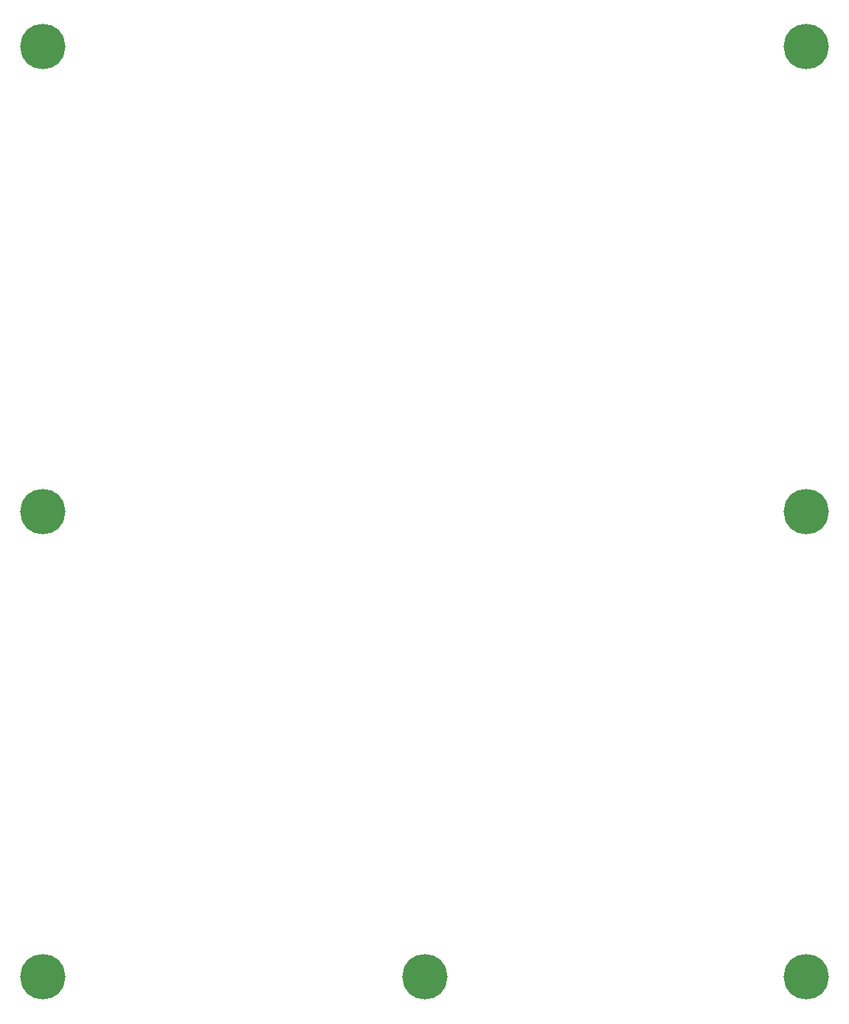
<source format=gbr>
G04 #@! TF.GenerationSoftware,KiCad,Pcbnew,(5.1.5)-3*
G04 #@! TF.CreationDate,2020-07-25T15:17:41-04:00*
G04 #@! TF.ProjectId,bottom-plate,626f7474-6f6d-42d7-906c-6174652e6b69,rev?*
G04 #@! TF.SameCoordinates,Original*
G04 #@! TF.FileFunction,Soldermask,Bot*
G04 #@! TF.FilePolarity,Negative*
%FSLAX46Y46*%
G04 Gerber Fmt 4.6, Leading zero omitted, Abs format (unit mm)*
G04 Created by KiCad (PCBNEW (5.1.5)-3) date 2020-07-25 15:17:41*
%MOMM*%
%LPD*%
G04 APERTURE LIST*
%ADD10C,5.203200*%
G04 APERTURE END LIST*
D10*
X105410000Y-43180000D03*
X105410000Y-149860000D03*
X105410000Y-96520000D03*
X193040000Y-149860000D03*
X149225000Y-149860000D03*
X193040000Y-43180000D03*
X193040000Y-96520000D03*
M02*

</source>
